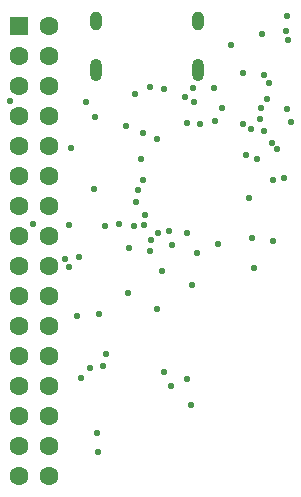
<source format=gbr>
%TF.GenerationSoftware,KiCad,Pcbnew,8.0.1*%
%TF.CreationDate,2024-04-25T23:54:08-05:00*%
%TF.ProjectId,Final Projeco,46696e61-6c20-4507-926f-6a65636f2e6b,rev?*%
%TF.SameCoordinates,Original*%
%TF.FileFunction,Copper,L6,Bot*%
%TF.FilePolarity,Positive*%
%FSLAX46Y46*%
G04 Gerber Fmt 4.6, Leading zero omitted, Abs format (unit mm)*
G04 Created by KiCad (PCBNEW 8.0.1) date 2024-04-25 23:54:08*
%MOMM*%
%LPD*%
G01*
G04 APERTURE LIST*
%TA.AperFunction,ComponentPad*%
%ADD10O,1.000000X1.900000*%
%TD*%
%TA.AperFunction,ComponentPad*%
%ADD11O,1.000000X1.600000*%
%TD*%
%TA.AperFunction,ComponentPad*%
%ADD12R,1.600000X1.600000*%
%TD*%
%TA.AperFunction,ComponentPad*%
%ADD13C,1.600000*%
%TD*%
%TA.AperFunction,ViaPad*%
%ADD14C,0.560000*%
%TD*%
%TA.AperFunction,Conductor*%
%ADD15C,0.119400*%
%TD*%
G04 APERTURE END LIST*
D10*
%TO.P,U2,1,SHELL*%
%TO.N,GND*%
X42419941Y-21805131D03*
%TO.P,U2,2,SHELL*%
X33779859Y-21805131D03*
D11*
%TO.P,U2,3,SHELL*%
X33779859Y-17625044D03*
%TO.P,U2,4,SHELL*%
X42419941Y-17625044D03*
%TD*%
D12*
%TO.P,U7,1,1*%
%TO.N,/GPIO12*%
X27209997Y-18049962D03*
D13*
%TO.P,U7,2,2*%
%TO.N,GND*%
X29750003Y-18049962D03*
%TO.P,U7,3,3*%
%TO.N,/GPIO13*%
X27209997Y-20589967D03*
%TO.P,U7,4,4*%
%TO.N,VDD3P3*%
X29750003Y-20589967D03*
%TO.P,U7,5,5*%
%TO.N,/GPIO14*%
X27209997Y-23129972D03*
%TO.P,U7,6,6*%
%TO.N,/GPIO0{slash}BOOT*%
X29750003Y-23129972D03*
%TO.P,U7,7,7*%
%TO.N,/GPIO15*%
X27209997Y-25669977D03*
%TO.P,U7,8,8*%
%TO.N,/GPIO1*%
X29750003Y-25669977D03*
%TO.P,U7,9,9*%
%TO.N,/GPIO16*%
X27209997Y-28209982D03*
%TO.P,U7,10,10*%
%TO.N,/GPIO2*%
X29750003Y-28209982D03*
%TO.P,U7,11,11*%
%TO.N,/GPIO17*%
X27209997Y-30749987D03*
%TO.P,U7,12,12*%
%TO.N,/GPIO3*%
X29750003Y-30749987D03*
%TO.P,U7,13,13*%
%TO.N,/GPIO18*%
X27209997Y-33289992D03*
%TO.P,U7,14,14*%
%TO.N,/GPIO4*%
X29750003Y-33289992D03*
%TO.P,U7,15,15*%
%TO.N,/GPIO21*%
X27209997Y-35829997D03*
%TO.P,U7,16,16*%
%TO.N,/GPIO5*%
X29750003Y-35829997D03*
%TO.P,U7,17,17*%
%TO.N,/GPIO38*%
X27209997Y-38370003D03*
%TO.P,U7,18,18*%
%TO.N,/GPIO6*%
X29750003Y-38370003D03*
%TO.P,U7,19,19*%
%TO.N,/GPIO45*%
X27209997Y-40910008D03*
%TO.P,U7,20,20*%
%TO.N,/GPIO7*%
X29750003Y-40910008D03*
%TO.P,U7,21,21*%
%TO.N,/GPIO46*%
X27209997Y-43450013D03*
%TO.P,U7,22,22*%
%TO.N,/GPIO8*%
X29750003Y-43450013D03*
%TO.P,U7,23,23*%
%TO.N,/GPIO33*%
X27209997Y-45990018D03*
%TO.P,U7,24,24*%
%TO.N,/GPIO9*%
X29750003Y-45990018D03*
%TO.P,U7,25,25*%
%TO.N,/GPIO34*%
X27209997Y-48530023D03*
%TO.P,U7,26,26*%
%TO.N,/GPIO10*%
X29750003Y-48530023D03*
%TO.P,U7,27,27*%
%TO.N,/GPIO35*%
X27209997Y-51070028D03*
%TO.P,U7,28,28*%
%TO.N,/GPIO11*%
X29750003Y-51070028D03*
%TO.P,U7,29,29*%
%TO.N,/GPIO36*%
X27209997Y-53610033D03*
%TO.P,U7,30,30*%
%TO.N,VDD3P3*%
X29750003Y-53610033D03*
%TO.P,U7,31,31*%
%TO.N,/GPIO37*%
X27209997Y-56150038D03*
%TO.P,U7,32,32*%
%TO.N,GND*%
X29750003Y-56150038D03*
%TD*%
D14*
%TO.N,GND*%
X39300000Y-38800000D03*
X44400000Y-25000000D03*
X45200000Y-19700000D03*
X47100000Y-38600000D03*
X41900000Y-40000000D03*
X46200000Y-22020000D03*
X32870000Y-24500000D03*
X39500000Y-47400000D03*
X49900000Y-17200000D03*
X48630000Y-28010000D03*
X37050000Y-23870000D03*
X35730000Y-34820000D03*
X36570000Y-36850000D03*
X42000000Y-23300000D03*
X47840000Y-18790000D03*
X48700000Y-31100000D03*
X34000000Y-42500000D03*
X48700000Y-36300000D03*
X44063800Y-36500000D03*
X41800000Y-50200000D03*
%TO.N,VDD3P3*%
X38900000Y-42000000D03*
X50000000Y-19300000D03*
X46950000Y-36050000D03*
X43840000Y-26110000D03*
X46700000Y-32600000D03*
X49800000Y-18500000D03*
X37700000Y-27140000D03*
X40200000Y-36600000D03*
%TO.N,/GPIO4*%
X48430000Y-22910000D03*
%TO.N,/GPIO1*%
X50220000Y-26240000D03*
%TO.N,/GPIO3*%
X47970000Y-22200000D03*
%TO.N,/GPIO2*%
X49910000Y-25100000D03*
%TO.N,/RESET*%
X49670000Y-30980000D03*
X38330000Y-37120000D03*
%TO.N,/USB_D+*%
X38350100Y-23250100D03*
X39500100Y-23400000D03*
%TO.N,/SPICS1*%
X38881400Y-27642300D03*
X33621800Y-31918200D03*
%TO.N,/GPIO8*%
X34555000Y-45855000D03*
X46447700Y-28981100D03*
%TO.N,/GPIO13*%
X47730000Y-25000000D03*
%TO.N,/GPIO5*%
X48260000Y-24290000D03*
%TO.N,/SPID*%
X36320000Y-26530000D03*
X37750000Y-31117600D03*
%TO.N,Net-(U4-VCC)*%
X32320000Y-37620000D03*
X31620000Y-28440000D03*
X31433800Y-38481600D03*
%TO.N,/GPIO7*%
X49100600Y-28477100D03*
X32110000Y-42600000D03*
%TO.N,/GPIO6*%
X47396700Y-29303000D03*
%TO.N,/GPIO38*%
X41470000Y-35600000D03*
X31130900Y-37820600D03*
X39910000Y-35450000D03*
X36420000Y-40670000D03*
%TO.N,/GPIO11*%
X46190000Y-26350000D03*
%TO.N,/GPIO18*%
X31440000Y-34890000D03*
X41460000Y-26310000D03*
%TO.N,/GPIO14*%
X43760000Y-23290000D03*
%TO.N,/GPIO12*%
X47650000Y-25950000D03*
%TO.N,/GPIO10*%
X33250000Y-47000000D03*
X46910000Y-26810000D03*
%TO.N,/SPICLK_GPIO47*%
X38440000Y-36230000D03*
X37348800Y-31948800D03*
%TO.N,/GPIO0{slash}BOOT*%
X28440000Y-34870000D03*
X40070000Y-48560000D03*
X41420000Y-47930000D03*
%TO.N,/GPIO46*%
X42310000Y-37300000D03*
X34320000Y-46860000D03*
%TO.N,/SPIWP*%
X37580000Y-29370000D03*
X34530000Y-34980000D03*
%TO.N,/GPIO9*%
X48002700Y-26954100D03*
%TO.N,/GPIO17*%
X41291300Y-24081700D03*
X26510000Y-24430000D03*
%TO.N,/GPIO33*%
X37100000Y-32940000D03*
%TO.N,/GPIO16*%
X42089800Y-24511200D03*
X33680000Y-25740000D03*
%TO.N,/GPIO15*%
X42516500Y-26346100D03*
%TO.N,/GPIO35*%
X37810000Y-34920000D03*
%TO.N,/GPIO34*%
X36975000Y-34975000D03*
X32520000Y-47910000D03*
%TO.N,/GPIO37*%
X33820000Y-52560000D03*
X38994900Y-35560000D03*
%TO.N,/GPIO36*%
X33880000Y-54150000D03*
X37885000Y-34100000D03*
%TD*%
D15*
%TO.N,/USB_D+*%
X39500100Y-23400000D02*
X39350200Y-23250100D01*
%TD*%
M02*

</source>
